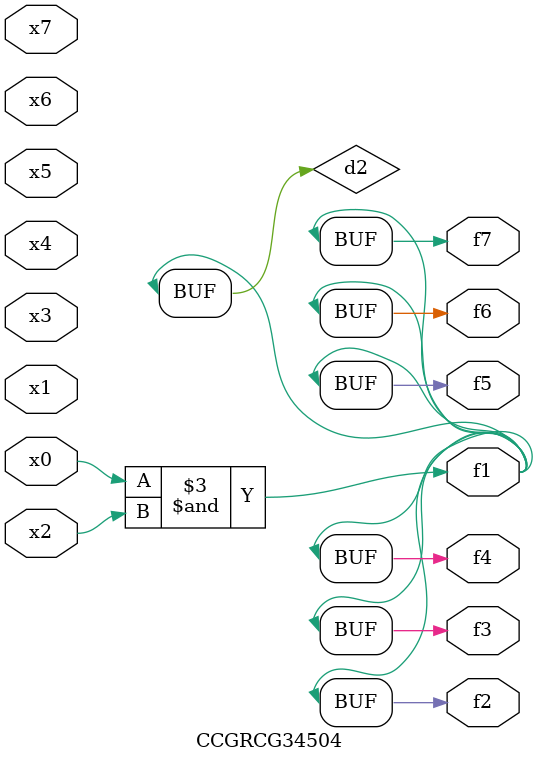
<source format=v>
module CCGRCG34504(
	input x0, x1, x2, x3, x4, x5, x6, x7,
	output f1, f2, f3, f4, f5, f6, f7
);

	wire d1, d2;

	nor (d1, x3, x6);
	and (d2, x0, x2);
	assign f1 = d2;
	assign f2 = d2;
	assign f3 = d2;
	assign f4 = d2;
	assign f5 = d2;
	assign f6 = d2;
	assign f7 = d2;
endmodule

</source>
